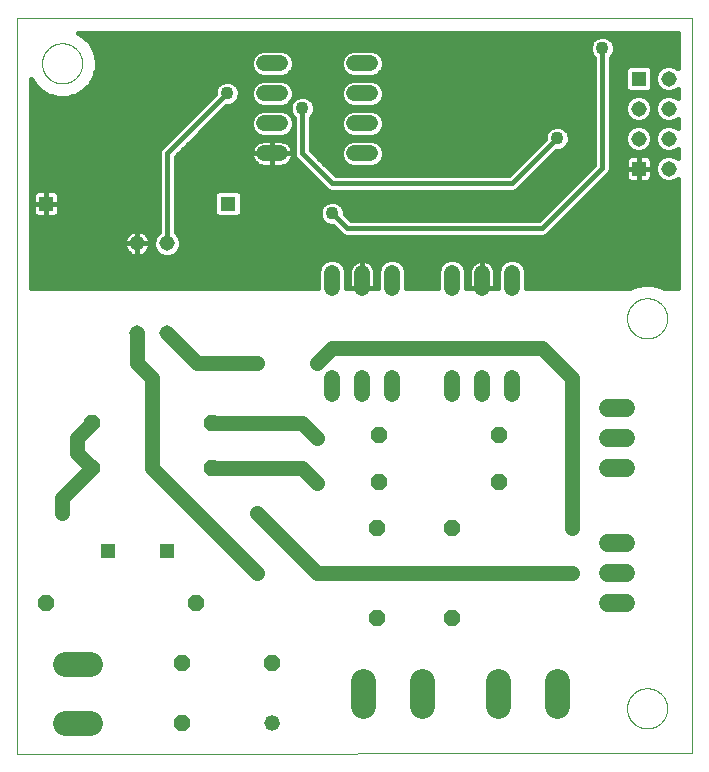
<source format=gtl>
G75*
%MOIN*%
%OFA0B0*%
%FSLAX25Y25*%
%IPPOS*%
%LPD*%
%AMOC8*
5,1,8,0,0,1.08239X$1,22.5*
%
%ADD10C,0.00000*%
%ADD11C,0.05200*%
%ADD12OC8,0.05200*%
%ADD13OC8,0.05600*%
%ADD14R,0.05150X0.05150*%
%ADD15C,0.05200*%
%ADD16C,0.05150*%
%ADD17C,0.08250*%
%ADD18C,0.06000*%
%ADD19C,0.04356*%
%ADD20C,0.05000*%
%ADD21C,0.01600*%
D10*
X0001721Y0005429D02*
X0001721Y0250468D01*
X0226800Y0250508D01*
X0226800Y0005508D01*
X0001721Y0005429D01*
X0205107Y0020508D02*
X0205109Y0020672D01*
X0205115Y0020836D01*
X0205125Y0021000D01*
X0205139Y0021164D01*
X0205157Y0021327D01*
X0205179Y0021490D01*
X0205206Y0021652D01*
X0205236Y0021814D01*
X0205270Y0021974D01*
X0205308Y0022134D01*
X0205349Y0022293D01*
X0205395Y0022451D01*
X0205445Y0022607D01*
X0205498Y0022763D01*
X0205555Y0022917D01*
X0205616Y0023069D01*
X0205681Y0023220D01*
X0205750Y0023370D01*
X0205822Y0023517D01*
X0205897Y0023663D01*
X0205977Y0023807D01*
X0206059Y0023949D01*
X0206145Y0024089D01*
X0206235Y0024226D01*
X0206328Y0024362D01*
X0206424Y0024495D01*
X0206524Y0024626D01*
X0206626Y0024754D01*
X0206732Y0024880D01*
X0206841Y0025003D01*
X0206953Y0025123D01*
X0207067Y0025241D01*
X0207185Y0025355D01*
X0207305Y0025467D01*
X0207428Y0025576D01*
X0207554Y0025682D01*
X0207682Y0025784D01*
X0207813Y0025884D01*
X0207946Y0025980D01*
X0208082Y0026073D01*
X0208219Y0026163D01*
X0208359Y0026249D01*
X0208501Y0026331D01*
X0208645Y0026411D01*
X0208791Y0026486D01*
X0208938Y0026558D01*
X0209088Y0026627D01*
X0209239Y0026692D01*
X0209391Y0026753D01*
X0209545Y0026810D01*
X0209701Y0026863D01*
X0209857Y0026913D01*
X0210015Y0026959D01*
X0210174Y0027000D01*
X0210334Y0027038D01*
X0210494Y0027072D01*
X0210656Y0027102D01*
X0210818Y0027129D01*
X0210981Y0027151D01*
X0211144Y0027169D01*
X0211308Y0027183D01*
X0211472Y0027193D01*
X0211636Y0027199D01*
X0211800Y0027201D01*
X0211964Y0027199D01*
X0212128Y0027193D01*
X0212292Y0027183D01*
X0212456Y0027169D01*
X0212619Y0027151D01*
X0212782Y0027129D01*
X0212944Y0027102D01*
X0213106Y0027072D01*
X0213266Y0027038D01*
X0213426Y0027000D01*
X0213585Y0026959D01*
X0213743Y0026913D01*
X0213899Y0026863D01*
X0214055Y0026810D01*
X0214209Y0026753D01*
X0214361Y0026692D01*
X0214512Y0026627D01*
X0214662Y0026558D01*
X0214809Y0026486D01*
X0214955Y0026411D01*
X0215099Y0026331D01*
X0215241Y0026249D01*
X0215381Y0026163D01*
X0215518Y0026073D01*
X0215654Y0025980D01*
X0215787Y0025884D01*
X0215918Y0025784D01*
X0216046Y0025682D01*
X0216172Y0025576D01*
X0216295Y0025467D01*
X0216415Y0025355D01*
X0216533Y0025241D01*
X0216647Y0025123D01*
X0216759Y0025003D01*
X0216868Y0024880D01*
X0216974Y0024754D01*
X0217076Y0024626D01*
X0217176Y0024495D01*
X0217272Y0024362D01*
X0217365Y0024226D01*
X0217455Y0024089D01*
X0217541Y0023949D01*
X0217623Y0023807D01*
X0217703Y0023663D01*
X0217778Y0023517D01*
X0217850Y0023370D01*
X0217919Y0023220D01*
X0217984Y0023069D01*
X0218045Y0022917D01*
X0218102Y0022763D01*
X0218155Y0022607D01*
X0218205Y0022451D01*
X0218251Y0022293D01*
X0218292Y0022134D01*
X0218330Y0021974D01*
X0218364Y0021814D01*
X0218394Y0021652D01*
X0218421Y0021490D01*
X0218443Y0021327D01*
X0218461Y0021164D01*
X0218475Y0021000D01*
X0218485Y0020836D01*
X0218491Y0020672D01*
X0218493Y0020508D01*
X0218491Y0020344D01*
X0218485Y0020180D01*
X0218475Y0020016D01*
X0218461Y0019852D01*
X0218443Y0019689D01*
X0218421Y0019526D01*
X0218394Y0019364D01*
X0218364Y0019202D01*
X0218330Y0019042D01*
X0218292Y0018882D01*
X0218251Y0018723D01*
X0218205Y0018565D01*
X0218155Y0018409D01*
X0218102Y0018253D01*
X0218045Y0018099D01*
X0217984Y0017947D01*
X0217919Y0017796D01*
X0217850Y0017646D01*
X0217778Y0017499D01*
X0217703Y0017353D01*
X0217623Y0017209D01*
X0217541Y0017067D01*
X0217455Y0016927D01*
X0217365Y0016790D01*
X0217272Y0016654D01*
X0217176Y0016521D01*
X0217076Y0016390D01*
X0216974Y0016262D01*
X0216868Y0016136D01*
X0216759Y0016013D01*
X0216647Y0015893D01*
X0216533Y0015775D01*
X0216415Y0015661D01*
X0216295Y0015549D01*
X0216172Y0015440D01*
X0216046Y0015334D01*
X0215918Y0015232D01*
X0215787Y0015132D01*
X0215654Y0015036D01*
X0215518Y0014943D01*
X0215381Y0014853D01*
X0215241Y0014767D01*
X0215099Y0014685D01*
X0214955Y0014605D01*
X0214809Y0014530D01*
X0214662Y0014458D01*
X0214512Y0014389D01*
X0214361Y0014324D01*
X0214209Y0014263D01*
X0214055Y0014206D01*
X0213899Y0014153D01*
X0213743Y0014103D01*
X0213585Y0014057D01*
X0213426Y0014016D01*
X0213266Y0013978D01*
X0213106Y0013944D01*
X0212944Y0013914D01*
X0212782Y0013887D01*
X0212619Y0013865D01*
X0212456Y0013847D01*
X0212292Y0013833D01*
X0212128Y0013823D01*
X0211964Y0013817D01*
X0211800Y0013815D01*
X0211636Y0013817D01*
X0211472Y0013823D01*
X0211308Y0013833D01*
X0211144Y0013847D01*
X0210981Y0013865D01*
X0210818Y0013887D01*
X0210656Y0013914D01*
X0210494Y0013944D01*
X0210334Y0013978D01*
X0210174Y0014016D01*
X0210015Y0014057D01*
X0209857Y0014103D01*
X0209701Y0014153D01*
X0209545Y0014206D01*
X0209391Y0014263D01*
X0209239Y0014324D01*
X0209088Y0014389D01*
X0208938Y0014458D01*
X0208791Y0014530D01*
X0208645Y0014605D01*
X0208501Y0014685D01*
X0208359Y0014767D01*
X0208219Y0014853D01*
X0208082Y0014943D01*
X0207946Y0015036D01*
X0207813Y0015132D01*
X0207682Y0015232D01*
X0207554Y0015334D01*
X0207428Y0015440D01*
X0207305Y0015549D01*
X0207185Y0015661D01*
X0207067Y0015775D01*
X0206953Y0015893D01*
X0206841Y0016013D01*
X0206732Y0016136D01*
X0206626Y0016262D01*
X0206524Y0016390D01*
X0206424Y0016521D01*
X0206328Y0016654D01*
X0206235Y0016790D01*
X0206145Y0016927D01*
X0206059Y0017067D01*
X0205977Y0017209D01*
X0205897Y0017353D01*
X0205822Y0017499D01*
X0205750Y0017646D01*
X0205681Y0017796D01*
X0205616Y0017947D01*
X0205555Y0018099D01*
X0205498Y0018253D01*
X0205445Y0018409D01*
X0205395Y0018565D01*
X0205349Y0018723D01*
X0205308Y0018882D01*
X0205270Y0019042D01*
X0205236Y0019202D01*
X0205206Y0019364D01*
X0205179Y0019526D01*
X0205157Y0019689D01*
X0205139Y0019852D01*
X0205125Y0020016D01*
X0205115Y0020180D01*
X0205109Y0020344D01*
X0205107Y0020508D01*
X0205107Y0150508D02*
X0205109Y0150672D01*
X0205115Y0150836D01*
X0205125Y0151000D01*
X0205139Y0151164D01*
X0205157Y0151327D01*
X0205179Y0151490D01*
X0205206Y0151652D01*
X0205236Y0151814D01*
X0205270Y0151974D01*
X0205308Y0152134D01*
X0205349Y0152293D01*
X0205395Y0152451D01*
X0205445Y0152607D01*
X0205498Y0152763D01*
X0205555Y0152917D01*
X0205616Y0153069D01*
X0205681Y0153220D01*
X0205750Y0153370D01*
X0205822Y0153517D01*
X0205897Y0153663D01*
X0205977Y0153807D01*
X0206059Y0153949D01*
X0206145Y0154089D01*
X0206235Y0154226D01*
X0206328Y0154362D01*
X0206424Y0154495D01*
X0206524Y0154626D01*
X0206626Y0154754D01*
X0206732Y0154880D01*
X0206841Y0155003D01*
X0206953Y0155123D01*
X0207067Y0155241D01*
X0207185Y0155355D01*
X0207305Y0155467D01*
X0207428Y0155576D01*
X0207554Y0155682D01*
X0207682Y0155784D01*
X0207813Y0155884D01*
X0207946Y0155980D01*
X0208082Y0156073D01*
X0208219Y0156163D01*
X0208359Y0156249D01*
X0208501Y0156331D01*
X0208645Y0156411D01*
X0208791Y0156486D01*
X0208938Y0156558D01*
X0209088Y0156627D01*
X0209239Y0156692D01*
X0209391Y0156753D01*
X0209545Y0156810D01*
X0209701Y0156863D01*
X0209857Y0156913D01*
X0210015Y0156959D01*
X0210174Y0157000D01*
X0210334Y0157038D01*
X0210494Y0157072D01*
X0210656Y0157102D01*
X0210818Y0157129D01*
X0210981Y0157151D01*
X0211144Y0157169D01*
X0211308Y0157183D01*
X0211472Y0157193D01*
X0211636Y0157199D01*
X0211800Y0157201D01*
X0211964Y0157199D01*
X0212128Y0157193D01*
X0212292Y0157183D01*
X0212456Y0157169D01*
X0212619Y0157151D01*
X0212782Y0157129D01*
X0212944Y0157102D01*
X0213106Y0157072D01*
X0213266Y0157038D01*
X0213426Y0157000D01*
X0213585Y0156959D01*
X0213743Y0156913D01*
X0213899Y0156863D01*
X0214055Y0156810D01*
X0214209Y0156753D01*
X0214361Y0156692D01*
X0214512Y0156627D01*
X0214662Y0156558D01*
X0214809Y0156486D01*
X0214955Y0156411D01*
X0215099Y0156331D01*
X0215241Y0156249D01*
X0215381Y0156163D01*
X0215518Y0156073D01*
X0215654Y0155980D01*
X0215787Y0155884D01*
X0215918Y0155784D01*
X0216046Y0155682D01*
X0216172Y0155576D01*
X0216295Y0155467D01*
X0216415Y0155355D01*
X0216533Y0155241D01*
X0216647Y0155123D01*
X0216759Y0155003D01*
X0216868Y0154880D01*
X0216974Y0154754D01*
X0217076Y0154626D01*
X0217176Y0154495D01*
X0217272Y0154362D01*
X0217365Y0154226D01*
X0217455Y0154089D01*
X0217541Y0153949D01*
X0217623Y0153807D01*
X0217703Y0153663D01*
X0217778Y0153517D01*
X0217850Y0153370D01*
X0217919Y0153220D01*
X0217984Y0153069D01*
X0218045Y0152917D01*
X0218102Y0152763D01*
X0218155Y0152607D01*
X0218205Y0152451D01*
X0218251Y0152293D01*
X0218292Y0152134D01*
X0218330Y0151974D01*
X0218364Y0151814D01*
X0218394Y0151652D01*
X0218421Y0151490D01*
X0218443Y0151327D01*
X0218461Y0151164D01*
X0218475Y0151000D01*
X0218485Y0150836D01*
X0218491Y0150672D01*
X0218493Y0150508D01*
X0218491Y0150344D01*
X0218485Y0150180D01*
X0218475Y0150016D01*
X0218461Y0149852D01*
X0218443Y0149689D01*
X0218421Y0149526D01*
X0218394Y0149364D01*
X0218364Y0149202D01*
X0218330Y0149042D01*
X0218292Y0148882D01*
X0218251Y0148723D01*
X0218205Y0148565D01*
X0218155Y0148409D01*
X0218102Y0148253D01*
X0218045Y0148099D01*
X0217984Y0147947D01*
X0217919Y0147796D01*
X0217850Y0147646D01*
X0217778Y0147499D01*
X0217703Y0147353D01*
X0217623Y0147209D01*
X0217541Y0147067D01*
X0217455Y0146927D01*
X0217365Y0146790D01*
X0217272Y0146654D01*
X0217176Y0146521D01*
X0217076Y0146390D01*
X0216974Y0146262D01*
X0216868Y0146136D01*
X0216759Y0146013D01*
X0216647Y0145893D01*
X0216533Y0145775D01*
X0216415Y0145661D01*
X0216295Y0145549D01*
X0216172Y0145440D01*
X0216046Y0145334D01*
X0215918Y0145232D01*
X0215787Y0145132D01*
X0215654Y0145036D01*
X0215518Y0144943D01*
X0215381Y0144853D01*
X0215241Y0144767D01*
X0215099Y0144685D01*
X0214955Y0144605D01*
X0214809Y0144530D01*
X0214662Y0144458D01*
X0214512Y0144389D01*
X0214361Y0144324D01*
X0214209Y0144263D01*
X0214055Y0144206D01*
X0213899Y0144153D01*
X0213743Y0144103D01*
X0213585Y0144057D01*
X0213426Y0144016D01*
X0213266Y0143978D01*
X0213106Y0143944D01*
X0212944Y0143914D01*
X0212782Y0143887D01*
X0212619Y0143865D01*
X0212456Y0143847D01*
X0212292Y0143833D01*
X0212128Y0143823D01*
X0211964Y0143817D01*
X0211800Y0143815D01*
X0211636Y0143817D01*
X0211472Y0143823D01*
X0211308Y0143833D01*
X0211144Y0143847D01*
X0210981Y0143865D01*
X0210818Y0143887D01*
X0210656Y0143914D01*
X0210494Y0143944D01*
X0210334Y0143978D01*
X0210174Y0144016D01*
X0210015Y0144057D01*
X0209857Y0144103D01*
X0209701Y0144153D01*
X0209545Y0144206D01*
X0209391Y0144263D01*
X0209239Y0144324D01*
X0209088Y0144389D01*
X0208938Y0144458D01*
X0208791Y0144530D01*
X0208645Y0144605D01*
X0208501Y0144685D01*
X0208359Y0144767D01*
X0208219Y0144853D01*
X0208082Y0144943D01*
X0207946Y0145036D01*
X0207813Y0145132D01*
X0207682Y0145232D01*
X0207554Y0145334D01*
X0207428Y0145440D01*
X0207305Y0145549D01*
X0207185Y0145661D01*
X0207067Y0145775D01*
X0206953Y0145893D01*
X0206841Y0146013D01*
X0206732Y0146136D01*
X0206626Y0146262D01*
X0206524Y0146390D01*
X0206424Y0146521D01*
X0206328Y0146654D01*
X0206235Y0146790D01*
X0206145Y0146927D01*
X0206059Y0147067D01*
X0205977Y0147209D01*
X0205897Y0147353D01*
X0205822Y0147499D01*
X0205750Y0147646D01*
X0205681Y0147796D01*
X0205616Y0147947D01*
X0205555Y0148099D01*
X0205498Y0148253D01*
X0205445Y0148409D01*
X0205395Y0148565D01*
X0205349Y0148723D01*
X0205308Y0148882D01*
X0205270Y0149042D01*
X0205236Y0149202D01*
X0205206Y0149364D01*
X0205179Y0149526D01*
X0205157Y0149689D01*
X0205139Y0149852D01*
X0205125Y0150016D01*
X0205115Y0150180D01*
X0205109Y0150344D01*
X0205107Y0150508D01*
X0010107Y0235508D02*
X0010109Y0235672D01*
X0010115Y0235836D01*
X0010125Y0236000D01*
X0010139Y0236164D01*
X0010157Y0236327D01*
X0010179Y0236490D01*
X0010206Y0236652D01*
X0010236Y0236814D01*
X0010270Y0236974D01*
X0010308Y0237134D01*
X0010349Y0237293D01*
X0010395Y0237451D01*
X0010445Y0237607D01*
X0010498Y0237763D01*
X0010555Y0237917D01*
X0010616Y0238069D01*
X0010681Y0238220D01*
X0010750Y0238370D01*
X0010822Y0238517D01*
X0010897Y0238663D01*
X0010977Y0238807D01*
X0011059Y0238949D01*
X0011145Y0239089D01*
X0011235Y0239226D01*
X0011328Y0239362D01*
X0011424Y0239495D01*
X0011524Y0239626D01*
X0011626Y0239754D01*
X0011732Y0239880D01*
X0011841Y0240003D01*
X0011953Y0240123D01*
X0012067Y0240241D01*
X0012185Y0240355D01*
X0012305Y0240467D01*
X0012428Y0240576D01*
X0012554Y0240682D01*
X0012682Y0240784D01*
X0012813Y0240884D01*
X0012946Y0240980D01*
X0013082Y0241073D01*
X0013219Y0241163D01*
X0013359Y0241249D01*
X0013501Y0241331D01*
X0013645Y0241411D01*
X0013791Y0241486D01*
X0013938Y0241558D01*
X0014088Y0241627D01*
X0014239Y0241692D01*
X0014391Y0241753D01*
X0014545Y0241810D01*
X0014701Y0241863D01*
X0014857Y0241913D01*
X0015015Y0241959D01*
X0015174Y0242000D01*
X0015334Y0242038D01*
X0015494Y0242072D01*
X0015656Y0242102D01*
X0015818Y0242129D01*
X0015981Y0242151D01*
X0016144Y0242169D01*
X0016308Y0242183D01*
X0016472Y0242193D01*
X0016636Y0242199D01*
X0016800Y0242201D01*
X0016964Y0242199D01*
X0017128Y0242193D01*
X0017292Y0242183D01*
X0017456Y0242169D01*
X0017619Y0242151D01*
X0017782Y0242129D01*
X0017944Y0242102D01*
X0018106Y0242072D01*
X0018266Y0242038D01*
X0018426Y0242000D01*
X0018585Y0241959D01*
X0018743Y0241913D01*
X0018899Y0241863D01*
X0019055Y0241810D01*
X0019209Y0241753D01*
X0019361Y0241692D01*
X0019512Y0241627D01*
X0019662Y0241558D01*
X0019809Y0241486D01*
X0019955Y0241411D01*
X0020099Y0241331D01*
X0020241Y0241249D01*
X0020381Y0241163D01*
X0020518Y0241073D01*
X0020654Y0240980D01*
X0020787Y0240884D01*
X0020918Y0240784D01*
X0021046Y0240682D01*
X0021172Y0240576D01*
X0021295Y0240467D01*
X0021415Y0240355D01*
X0021533Y0240241D01*
X0021647Y0240123D01*
X0021759Y0240003D01*
X0021868Y0239880D01*
X0021974Y0239754D01*
X0022076Y0239626D01*
X0022176Y0239495D01*
X0022272Y0239362D01*
X0022365Y0239226D01*
X0022455Y0239089D01*
X0022541Y0238949D01*
X0022623Y0238807D01*
X0022703Y0238663D01*
X0022778Y0238517D01*
X0022850Y0238370D01*
X0022919Y0238220D01*
X0022984Y0238069D01*
X0023045Y0237917D01*
X0023102Y0237763D01*
X0023155Y0237607D01*
X0023205Y0237451D01*
X0023251Y0237293D01*
X0023292Y0237134D01*
X0023330Y0236974D01*
X0023364Y0236814D01*
X0023394Y0236652D01*
X0023421Y0236490D01*
X0023443Y0236327D01*
X0023461Y0236164D01*
X0023475Y0236000D01*
X0023485Y0235836D01*
X0023491Y0235672D01*
X0023493Y0235508D01*
X0023491Y0235344D01*
X0023485Y0235180D01*
X0023475Y0235016D01*
X0023461Y0234852D01*
X0023443Y0234689D01*
X0023421Y0234526D01*
X0023394Y0234364D01*
X0023364Y0234202D01*
X0023330Y0234042D01*
X0023292Y0233882D01*
X0023251Y0233723D01*
X0023205Y0233565D01*
X0023155Y0233409D01*
X0023102Y0233253D01*
X0023045Y0233099D01*
X0022984Y0232947D01*
X0022919Y0232796D01*
X0022850Y0232646D01*
X0022778Y0232499D01*
X0022703Y0232353D01*
X0022623Y0232209D01*
X0022541Y0232067D01*
X0022455Y0231927D01*
X0022365Y0231790D01*
X0022272Y0231654D01*
X0022176Y0231521D01*
X0022076Y0231390D01*
X0021974Y0231262D01*
X0021868Y0231136D01*
X0021759Y0231013D01*
X0021647Y0230893D01*
X0021533Y0230775D01*
X0021415Y0230661D01*
X0021295Y0230549D01*
X0021172Y0230440D01*
X0021046Y0230334D01*
X0020918Y0230232D01*
X0020787Y0230132D01*
X0020654Y0230036D01*
X0020518Y0229943D01*
X0020381Y0229853D01*
X0020241Y0229767D01*
X0020099Y0229685D01*
X0019955Y0229605D01*
X0019809Y0229530D01*
X0019662Y0229458D01*
X0019512Y0229389D01*
X0019361Y0229324D01*
X0019209Y0229263D01*
X0019055Y0229206D01*
X0018899Y0229153D01*
X0018743Y0229103D01*
X0018585Y0229057D01*
X0018426Y0229016D01*
X0018266Y0228978D01*
X0018106Y0228944D01*
X0017944Y0228914D01*
X0017782Y0228887D01*
X0017619Y0228865D01*
X0017456Y0228847D01*
X0017292Y0228833D01*
X0017128Y0228823D01*
X0016964Y0228817D01*
X0016800Y0228815D01*
X0016636Y0228817D01*
X0016472Y0228823D01*
X0016308Y0228833D01*
X0016144Y0228847D01*
X0015981Y0228865D01*
X0015818Y0228887D01*
X0015656Y0228914D01*
X0015494Y0228944D01*
X0015334Y0228978D01*
X0015174Y0229016D01*
X0015015Y0229057D01*
X0014857Y0229103D01*
X0014701Y0229153D01*
X0014545Y0229206D01*
X0014391Y0229263D01*
X0014239Y0229324D01*
X0014088Y0229389D01*
X0013938Y0229458D01*
X0013791Y0229530D01*
X0013645Y0229605D01*
X0013501Y0229685D01*
X0013359Y0229767D01*
X0013219Y0229853D01*
X0013082Y0229943D01*
X0012946Y0230036D01*
X0012813Y0230132D01*
X0012682Y0230232D01*
X0012554Y0230334D01*
X0012428Y0230440D01*
X0012305Y0230549D01*
X0012185Y0230661D01*
X0012067Y0230775D01*
X0011953Y0230893D01*
X0011841Y0231013D01*
X0011732Y0231136D01*
X0011626Y0231262D01*
X0011524Y0231390D01*
X0011424Y0231521D01*
X0011328Y0231654D01*
X0011235Y0231790D01*
X0011145Y0231927D01*
X0011059Y0232067D01*
X0010977Y0232209D01*
X0010897Y0232353D01*
X0010822Y0232499D01*
X0010750Y0232646D01*
X0010681Y0232796D01*
X0010616Y0232947D01*
X0010555Y0233099D01*
X0010498Y0233253D01*
X0010445Y0233409D01*
X0010395Y0233565D01*
X0010349Y0233723D01*
X0010308Y0233882D01*
X0010270Y0234042D01*
X0010236Y0234202D01*
X0010206Y0234364D01*
X0010179Y0234526D01*
X0010157Y0234689D01*
X0010139Y0234852D01*
X0010125Y0235016D01*
X0010115Y0235180D01*
X0010109Y0235344D01*
X0010107Y0235508D01*
D11*
X0086800Y0015508D03*
D12*
X0086800Y0035508D03*
X0061485Y0055586D03*
X0056800Y0035508D03*
X0056800Y0015508D03*
X0011485Y0055586D03*
X0026800Y0100508D03*
X0026800Y0115508D03*
X0066800Y0115508D03*
X0066800Y0100508D03*
X0122430Y0095980D03*
X0122351Y0111689D03*
X0162351Y0111689D03*
X0162430Y0095980D03*
D13*
X0146800Y0080508D03*
X0121800Y0080508D03*
X0121800Y0050508D03*
X0146800Y0050508D03*
D14*
X0051643Y0073027D03*
X0031957Y0073027D03*
X0011485Y0188775D03*
X0072115Y0188775D03*
X0208995Y0200449D03*
X0208995Y0230449D03*
D15*
X0166800Y0165708D02*
X0166800Y0160508D01*
X0156800Y0160508D02*
X0156800Y0165708D01*
X0146800Y0165708D02*
X0146800Y0160508D01*
X0126800Y0160508D02*
X0126800Y0165708D01*
X0116800Y0165708D02*
X0116800Y0160508D01*
X0106800Y0160508D02*
X0106800Y0165708D01*
X0106800Y0130508D02*
X0106800Y0125308D01*
X0116800Y0125308D02*
X0116800Y0130508D01*
X0126800Y0130508D02*
X0126800Y0125308D01*
X0146800Y0125308D02*
X0146800Y0130508D01*
X0156800Y0130508D02*
X0156800Y0125308D01*
X0166800Y0125308D02*
X0166800Y0130508D01*
X0119400Y0205508D02*
X0114200Y0205508D01*
X0114200Y0215508D02*
X0119400Y0215508D01*
X0119400Y0225508D02*
X0114200Y0225508D01*
X0114200Y0235508D02*
X0119400Y0235508D01*
X0089400Y0235508D02*
X0084200Y0235508D01*
X0084200Y0225508D02*
X0089400Y0225508D01*
X0089400Y0215508D02*
X0084200Y0215508D01*
X0084200Y0205508D02*
X0089400Y0205508D01*
D16*
X0051800Y0175508D03*
X0041800Y0175508D03*
X0041800Y0145508D03*
X0051800Y0145508D03*
X0208995Y0210449D03*
X0208995Y0220449D03*
X0218995Y0220449D03*
X0218995Y0230449D03*
X0218995Y0210449D03*
X0218995Y0200449D03*
D17*
X0181643Y0029633D02*
X0181643Y0021383D01*
X0161957Y0021383D02*
X0161957Y0029633D01*
X0136643Y0029633D02*
X0136643Y0021383D01*
X0116957Y0021383D02*
X0116957Y0029633D01*
X0025925Y0035350D02*
X0017675Y0035350D01*
X0017675Y0015665D02*
X0025925Y0015665D01*
D18*
X0198800Y0055508D02*
X0204800Y0055508D01*
X0204800Y0065508D02*
X0198800Y0065508D01*
X0198800Y0075508D02*
X0204800Y0075508D01*
X0204800Y0100508D02*
X0198800Y0100508D01*
X0198800Y0110508D02*
X0204800Y0110508D01*
X0204800Y0120508D02*
X0198800Y0120508D01*
D19*
X0186800Y0080508D03*
X0186800Y0065508D03*
X0101800Y0095508D03*
X0101800Y0110508D03*
X0101800Y0135508D03*
X0081800Y0135508D03*
X0081800Y0085508D03*
X0081800Y0065508D03*
X0016800Y0085508D03*
X0106800Y0185508D03*
X0096800Y0220508D03*
X0071800Y0225508D03*
X0181800Y0210508D03*
X0196800Y0240508D03*
D20*
X0176800Y0140508D02*
X0106800Y0140508D01*
X0101800Y0135508D01*
X0081800Y0135508D02*
X0061800Y0135508D01*
X0051800Y0145508D01*
X0041800Y0145508D02*
X0041800Y0135508D01*
X0046800Y0130508D01*
X0046800Y0100508D01*
X0081800Y0065508D01*
X0101800Y0065508D02*
X0081800Y0085508D01*
X0096800Y0100508D02*
X0101800Y0095508D01*
X0096800Y0100508D02*
X0066800Y0100508D01*
X0066800Y0115508D02*
X0096800Y0115508D01*
X0101800Y0110508D01*
X0101800Y0065508D02*
X0186800Y0065508D01*
X0186800Y0080508D02*
X0186800Y0130508D01*
X0176800Y0140508D01*
X0026800Y0115508D02*
X0021800Y0110508D01*
X0021800Y0105508D01*
X0026800Y0100508D01*
X0016800Y0090508D01*
X0016800Y0085508D01*
D21*
X0006521Y0160508D02*
X0006521Y0230325D01*
X0007603Y0228451D01*
X0009743Y0226311D01*
X0012364Y0224798D01*
X0015287Y0224015D01*
X0018313Y0224015D01*
X0021236Y0224798D01*
X0023857Y0226311D01*
X0025997Y0228451D01*
X0027510Y0231071D01*
X0028293Y0233995D01*
X0028293Y0237021D01*
X0027510Y0239944D01*
X0025997Y0242564D01*
X0023857Y0244704D01*
X0022181Y0245672D01*
X0222000Y0245707D01*
X0222000Y0233913D01*
X0221586Y0234327D01*
X0219905Y0235023D01*
X0218085Y0235023D01*
X0216403Y0234327D01*
X0215117Y0233040D01*
X0214420Y0231359D01*
X0214420Y0229539D01*
X0215117Y0227857D01*
X0216403Y0226570D01*
X0218085Y0225874D01*
X0219905Y0225874D01*
X0221586Y0226570D01*
X0222000Y0226984D01*
X0222000Y0223913D01*
X0221586Y0224327D01*
X0219905Y0225023D01*
X0218085Y0225023D01*
X0216403Y0224327D01*
X0215117Y0223040D01*
X0214420Y0221359D01*
X0214420Y0219539D01*
X0215117Y0217857D01*
X0216403Y0216570D01*
X0218085Y0215874D01*
X0219905Y0215874D01*
X0221586Y0216570D01*
X0222000Y0216984D01*
X0222000Y0213913D01*
X0221586Y0214327D01*
X0219905Y0215023D01*
X0218085Y0215023D01*
X0216403Y0214327D01*
X0215117Y0213040D01*
X0214420Y0211359D01*
X0214420Y0209539D01*
X0215117Y0207857D01*
X0216403Y0206570D01*
X0218085Y0205874D01*
X0219905Y0205874D01*
X0221586Y0206570D01*
X0222000Y0206984D01*
X0222000Y0203913D01*
X0221586Y0204327D01*
X0219905Y0205023D01*
X0218085Y0205023D01*
X0216403Y0204327D01*
X0215117Y0203040D01*
X0214420Y0201359D01*
X0214420Y0199539D01*
X0215117Y0197857D01*
X0216403Y0196570D01*
X0218085Y0195874D01*
X0219905Y0195874D01*
X0221586Y0196570D01*
X0222000Y0196984D01*
X0222000Y0160508D01*
X0217465Y0160508D01*
X0216236Y0161217D01*
X0213313Y0162000D01*
X0210287Y0162000D01*
X0207364Y0161217D01*
X0206135Y0160508D01*
X0171400Y0160508D01*
X0171400Y0166623D01*
X0170700Y0168313D01*
X0169406Y0169607D01*
X0167715Y0170308D01*
X0165885Y0170308D01*
X0164194Y0169607D01*
X0162900Y0168313D01*
X0162200Y0166623D01*
X0162200Y0160508D01*
X0156800Y0160508D01*
X0156800Y0170108D01*
X0156454Y0170108D01*
X0155770Y0169999D01*
X0155111Y0169785D01*
X0154494Y0169471D01*
X0153934Y0169064D01*
X0153444Y0168574D01*
X0153037Y0168014D01*
X0152722Y0167397D01*
X0152508Y0166738D01*
X0152400Y0166054D01*
X0152400Y0160508D01*
X0156800Y0160508D01*
X0156800Y0160508D01*
X0156800Y0170108D01*
X0157146Y0170108D01*
X0157830Y0169999D01*
X0158489Y0169785D01*
X0159106Y0169471D01*
X0159666Y0169064D01*
X0160156Y0168574D01*
X0160563Y0168014D01*
X0160878Y0167397D01*
X0161092Y0166738D01*
X0161200Y0166054D01*
X0161200Y0160508D01*
X0156800Y0160508D01*
X0156800Y0160508D01*
X0156800Y0160508D01*
X0151400Y0160508D01*
X0151400Y0166623D01*
X0150700Y0168313D01*
X0149406Y0169607D01*
X0147715Y0170308D01*
X0145885Y0170308D01*
X0144194Y0169607D01*
X0142900Y0168313D01*
X0142200Y0166623D01*
X0142200Y0160508D01*
X0131400Y0160508D01*
X0131400Y0166623D01*
X0130700Y0168313D01*
X0129406Y0169607D01*
X0127715Y0170308D01*
X0125885Y0170308D01*
X0124194Y0169607D01*
X0122900Y0168313D01*
X0122200Y0166623D01*
X0122200Y0160508D01*
X0116800Y0160508D01*
X0116800Y0170108D01*
X0116454Y0170108D01*
X0115770Y0169999D01*
X0115111Y0169785D01*
X0114494Y0169471D01*
X0113934Y0169064D01*
X0113444Y0168574D01*
X0113037Y0168014D01*
X0112722Y0167397D01*
X0112508Y0166738D01*
X0112400Y0166054D01*
X0112400Y0160508D01*
X0116800Y0160508D01*
X0116800Y0160508D01*
X0116800Y0170108D01*
X0117146Y0170108D01*
X0117830Y0169999D01*
X0118489Y0169785D01*
X0119106Y0169471D01*
X0119666Y0169064D01*
X0120156Y0168574D01*
X0120563Y0168014D01*
X0120878Y0167397D01*
X0121092Y0166738D01*
X0121200Y0166054D01*
X0121200Y0160508D01*
X0116800Y0160508D01*
X0116800Y0160508D01*
X0116800Y0160508D01*
X0111400Y0160508D01*
X0111400Y0166623D01*
X0110700Y0168313D01*
X0109406Y0169607D01*
X0107715Y0170308D01*
X0105885Y0170308D01*
X0104194Y0169607D01*
X0102900Y0168313D01*
X0102200Y0166623D01*
X0102200Y0160508D01*
X0006521Y0160508D01*
X0006521Y0160563D02*
X0102200Y0160563D01*
X0102200Y0162162D02*
X0006521Y0162162D01*
X0006521Y0163760D02*
X0102200Y0163760D01*
X0102200Y0165359D02*
X0006521Y0165359D01*
X0006521Y0166957D02*
X0102339Y0166957D01*
X0103143Y0168556D02*
X0006521Y0168556D01*
X0006521Y0170154D02*
X0105515Y0170154D01*
X0108085Y0170154D02*
X0125515Y0170154D01*
X0128085Y0170154D02*
X0145515Y0170154D01*
X0148085Y0170154D02*
X0165515Y0170154D01*
X0168085Y0170154D02*
X0222000Y0170154D01*
X0222000Y0168556D02*
X0170457Y0168556D01*
X0171261Y0166957D02*
X0222000Y0166957D01*
X0222000Y0165359D02*
X0171400Y0165359D01*
X0171400Y0163760D02*
X0222000Y0163760D01*
X0222000Y0162162D02*
X0171400Y0162162D01*
X0171400Y0160563D02*
X0206231Y0160563D01*
X0217369Y0160563D02*
X0222000Y0160563D01*
X0222000Y0171753D02*
X0054515Y0171753D01*
X0054391Y0171629D02*
X0055678Y0172916D01*
X0056375Y0174598D01*
X0056375Y0176418D01*
X0055678Y0178099D01*
X0054600Y0179177D01*
X0054600Y0204348D01*
X0071582Y0221330D01*
X0072631Y0221330D01*
X0074167Y0221966D01*
X0075342Y0223141D01*
X0075978Y0224677D01*
X0075978Y0226339D01*
X0075342Y0227874D01*
X0074167Y0229049D01*
X0072631Y0229686D01*
X0070969Y0229686D01*
X0069433Y0229049D01*
X0068258Y0227874D01*
X0067622Y0226339D01*
X0067622Y0225289D01*
X0049426Y0207094D01*
X0049000Y0206065D01*
X0049000Y0179177D01*
X0047922Y0178099D01*
X0047225Y0176418D01*
X0047225Y0174598D01*
X0047922Y0172916D01*
X0049209Y0171629D01*
X0050890Y0170933D01*
X0052710Y0170933D01*
X0054391Y0171629D01*
X0055859Y0173351D02*
X0222000Y0173351D01*
X0222000Y0174950D02*
X0056375Y0174950D01*
X0056321Y0176548D02*
X0222000Y0176548D01*
X0222000Y0178147D02*
X0178399Y0178147D01*
X0178386Y0178134D02*
X0198386Y0198134D01*
X0199174Y0198922D01*
X0199600Y0199951D01*
X0199600Y0237399D01*
X0200342Y0238141D01*
X0200978Y0239677D01*
X0200978Y0241339D01*
X0200342Y0242874D01*
X0199167Y0244049D01*
X0197631Y0244686D01*
X0195969Y0244686D01*
X0194433Y0244049D01*
X0193258Y0242874D01*
X0192622Y0241339D01*
X0192622Y0239677D01*
X0193258Y0238141D01*
X0194000Y0237399D01*
X0194000Y0201667D01*
X0175640Y0183308D01*
X0112960Y0183308D01*
X0110978Y0185289D01*
X0110978Y0186339D01*
X0110342Y0187874D01*
X0109167Y0189049D01*
X0107631Y0189686D01*
X0105969Y0189686D01*
X0104433Y0189049D01*
X0103258Y0187874D01*
X0102622Y0186339D01*
X0102622Y0184677D01*
X0103258Y0183141D01*
X0104433Y0181966D01*
X0105969Y0181330D01*
X0107018Y0181330D01*
X0109426Y0178922D01*
X0110214Y0178134D01*
X0111243Y0177708D01*
X0177357Y0177708D01*
X0178386Y0178134D01*
X0179998Y0179745D02*
X0222000Y0179745D01*
X0222000Y0181344D02*
X0181596Y0181344D01*
X0183195Y0182942D02*
X0222000Y0182942D01*
X0222000Y0184541D02*
X0184793Y0184541D01*
X0186392Y0186139D02*
X0222000Y0186139D01*
X0222000Y0187738D02*
X0187990Y0187738D01*
X0189589Y0189336D02*
X0222000Y0189336D01*
X0222000Y0190935D02*
X0191187Y0190935D01*
X0192786Y0192533D02*
X0222000Y0192533D01*
X0222000Y0194132D02*
X0194384Y0194132D01*
X0195983Y0195730D02*
X0222000Y0195730D01*
X0215645Y0197329D02*
X0213287Y0197329D01*
X0213247Y0197179D02*
X0213370Y0197637D01*
X0213370Y0200448D01*
X0208995Y0200448D01*
X0208995Y0196074D01*
X0211807Y0196074D01*
X0212264Y0196196D01*
X0212675Y0196433D01*
X0213010Y0196768D01*
X0213247Y0197179D01*
X0213370Y0198927D02*
X0214673Y0198927D01*
X0214420Y0200526D02*
X0213370Y0200526D01*
X0213370Y0200449D02*
X0213370Y0203260D01*
X0213247Y0203718D01*
X0213010Y0204129D01*
X0212675Y0204464D01*
X0212264Y0204701D01*
X0211807Y0204823D01*
X0208995Y0204823D01*
X0208995Y0200449D01*
X0208995Y0200449D01*
X0208995Y0204823D01*
X0206183Y0204823D01*
X0205725Y0204701D01*
X0205315Y0204464D01*
X0204980Y0204129D01*
X0204743Y0203718D01*
X0204620Y0203260D01*
X0204620Y0200449D01*
X0208995Y0200449D01*
X0213370Y0200449D01*
X0213370Y0202124D02*
X0214737Y0202124D01*
X0215800Y0203723D02*
X0213244Y0203723D01*
X0211586Y0206570D02*
X0212873Y0207857D01*
X0213570Y0209539D01*
X0213570Y0211359D01*
X0212873Y0213040D01*
X0211586Y0214327D01*
X0209905Y0215023D01*
X0208085Y0215023D01*
X0206403Y0214327D01*
X0205117Y0213040D01*
X0204420Y0211359D01*
X0204420Y0209539D01*
X0205117Y0207857D01*
X0206403Y0206570D01*
X0208085Y0205874D01*
X0209905Y0205874D01*
X0211586Y0206570D01*
X0211936Y0206920D02*
X0216054Y0206920D01*
X0214843Y0208519D02*
X0213147Y0208519D01*
X0213570Y0210117D02*
X0214420Y0210117D01*
X0214568Y0211716D02*
X0213422Y0211716D01*
X0212599Y0213314D02*
X0215391Y0213314D01*
X0217818Y0214913D02*
X0210172Y0214913D01*
X0209905Y0215874D02*
X0211586Y0216570D01*
X0212873Y0217857D01*
X0213570Y0219539D01*
X0213570Y0221359D01*
X0212873Y0223040D01*
X0211586Y0224327D01*
X0209905Y0225023D01*
X0208085Y0225023D01*
X0206403Y0224327D01*
X0205117Y0223040D01*
X0204420Y0221359D01*
X0204420Y0219539D01*
X0205117Y0217857D01*
X0206403Y0216570D01*
X0208085Y0215874D01*
X0209905Y0215874D01*
X0211444Y0216511D02*
X0216546Y0216511D01*
X0215012Y0218110D02*
X0212978Y0218110D01*
X0213570Y0219708D02*
X0214420Y0219708D01*
X0214420Y0221307D02*
X0213570Y0221307D01*
X0212929Y0222905D02*
X0215061Y0222905D01*
X0216830Y0224504D02*
X0211159Y0224504D01*
X0212398Y0225874D02*
X0213570Y0227045D01*
X0213570Y0233852D01*
X0212398Y0235023D01*
X0205592Y0235023D01*
X0204420Y0233852D01*
X0204420Y0227045D01*
X0205592Y0225874D01*
X0212398Y0225874D01*
X0212627Y0226102D02*
X0217533Y0226102D01*
X0215273Y0227701D02*
X0213570Y0227701D01*
X0213570Y0229299D02*
X0214519Y0229299D01*
X0214420Y0230898D02*
X0213570Y0230898D01*
X0213570Y0232496D02*
X0214891Y0232496D01*
X0216171Y0234095D02*
X0213327Y0234095D01*
X0220456Y0226102D02*
X0222000Y0226102D01*
X0222000Y0224504D02*
X0221159Y0224504D01*
X0221444Y0216511D02*
X0222000Y0216511D01*
X0222000Y0214913D02*
X0220172Y0214913D01*
X0221936Y0206920D02*
X0222000Y0206920D01*
X0222000Y0205321D02*
X0199600Y0205321D01*
X0199600Y0203723D02*
X0204746Y0203723D01*
X0204620Y0202124D02*
X0199600Y0202124D01*
X0199600Y0200526D02*
X0204620Y0200526D01*
X0204620Y0200448D02*
X0204620Y0197637D01*
X0204743Y0197179D01*
X0204980Y0196768D01*
X0205315Y0196433D01*
X0205725Y0196196D01*
X0206183Y0196074D01*
X0208995Y0196074D01*
X0208995Y0200448D01*
X0208995Y0200448D01*
X0208995Y0200449D01*
X0208995Y0200448D01*
X0204620Y0200448D01*
X0204620Y0198927D02*
X0199176Y0198927D01*
X0197581Y0197329D02*
X0204703Y0197329D01*
X0208995Y0197329D02*
X0208995Y0197329D01*
X0208995Y0198927D02*
X0208995Y0198927D01*
X0208995Y0200526D02*
X0208995Y0200526D01*
X0208995Y0202124D02*
X0208995Y0202124D01*
X0208995Y0203723D02*
X0208995Y0203723D01*
X0206054Y0206920D02*
X0199600Y0206920D01*
X0199600Y0208519D02*
X0204843Y0208519D01*
X0204420Y0210117D02*
X0199600Y0210117D01*
X0199600Y0211716D02*
X0204568Y0211716D01*
X0205391Y0213314D02*
X0199600Y0213314D01*
X0199600Y0214913D02*
X0207818Y0214913D01*
X0206546Y0216511D02*
X0199600Y0216511D01*
X0199600Y0218110D02*
X0205012Y0218110D01*
X0204420Y0219708D02*
X0199600Y0219708D01*
X0199600Y0221307D02*
X0204420Y0221307D01*
X0205061Y0222905D02*
X0199600Y0222905D01*
X0199600Y0224504D02*
X0206830Y0224504D01*
X0205363Y0226102D02*
X0199600Y0226102D01*
X0199600Y0227701D02*
X0204420Y0227701D01*
X0204420Y0229299D02*
X0199600Y0229299D01*
X0199600Y0230898D02*
X0204420Y0230898D01*
X0204420Y0232496D02*
X0199600Y0232496D01*
X0199600Y0234095D02*
X0204663Y0234095D01*
X0199600Y0235693D02*
X0222000Y0235693D01*
X0222000Y0234095D02*
X0221818Y0234095D01*
X0222000Y0237292D02*
X0199600Y0237292D01*
X0200652Y0238890D02*
X0222000Y0238890D01*
X0222000Y0240489D02*
X0200978Y0240489D01*
X0200668Y0242087D02*
X0222000Y0242087D01*
X0222000Y0243686D02*
X0199530Y0243686D01*
X0196800Y0240508D02*
X0196800Y0200508D01*
X0176800Y0180508D01*
X0111800Y0180508D01*
X0106800Y0185508D01*
X0105126Y0189336D02*
X0076690Y0189336D01*
X0076690Y0187738D02*
X0103202Y0187738D01*
X0102622Y0186139D02*
X0076690Y0186139D01*
X0076690Y0185372D02*
X0076690Y0192179D01*
X0075518Y0193350D01*
X0068712Y0193350D01*
X0067540Y0192179D01*
X0067540Y0185372D01*
X0068712Y0184200D01*
X0075518Y0184200D01*
X0076690Y0185372D01*
X0075859Y0184541D02*
X0102678Y0184541D01*
X0103457Y0182942D02*
X0054600Y0182942D01*
X0054600Y0181344D02*
X0105935Y0181344D01*
X0108602Y0179745D02*
X0054600Y0179745D01*
X0055631Y0178147D02*
X0110201Y0178147D01*
X0111727Y0184541D02*
X0176873Y0184541D01*
X0178472Y0186139D02*
X0110978Y0186139D01*
X0110398Y0187738D02*
X0180070Y0187738D01*
X0181669Y0189336D02*
X0108474Y0189336D01*
X0106243Y0192708D02*
X0167357Y0192708D01*
X0168386Y0193134D01*
X0181582Y0206330D01*
X0182631Y0206330D01*
X0184167Y0206966D01*
X0185342Y0208141D01*
X0185978Y0209677D01*
X0185978Y0211339D01*
X0185342Y0212874D01*
X0184167Y0214049D01*
X0182631Y0214686D01*
X0180969Y0214686D01*
X0179433Y0214049D01*
X0178258Y0212874D01*
X0177622Y0211339D01*
X0177622Y0210289D01*
X0165640Y0198308D01*
X0107960Y0198308D01*
X0099600Y0206667D01*
X0099600Y0217399D01*
X0100342Y0218141D01*
X0100978Y0219677D01*
X0100978Y0221339D01*
X0100342Y0222874D01*
X0099167Y0224049D01*
X0097631Y0224686D01*
X0095969Y0224686D01*
X0094433Y0224049D01*
X0093309Y0222926D01*
X0094000Y0224593D01*
X0094000Y0226423D01*
X0093300Y0228113D01*
X0092006Y0229407D01*
X0090315Y0230108D01*
X0083285Y0230108D01*
X0081594Y0229407D01*
X0080300Y0228113D01*
X0079600Y0226423D01*
X0079600Y0224593D01*
X0080300Y0222902D01*
X0081594Y0221608D01*
X0083285Y0220908D01*
X0090315Y0220908D01*
X0092006Y0221608D01*
X0093248Y0222851D01*
X0092622Y0221339D01*
X0092622Y0219677D01*
X0093248Y0218165D01*
X0092006Y0219407D01*
X0090315Y0220108D01*
X0083285Y0220108D01*
X0081594Y0219407D01*
X0080300Y0218113D01*
X0079600Y0216423D01*
X0079600Y0214593D01*
X0080300Y0212902D01*
X0081594Y0211608D01*
X0083285Y0210908D01*
X0090315Y0210908D01*
X0092006Y0211608D01*
X0093300Y0212902D01*
X0094000Y0214593D01*
X0094000Y0216423D01*
X0093309Y0218090D01*
X0094000Y0217399D01*
X0094000Y0204951D01*
X0094426Y0203922D01*
X0104426Y0193922D01*
X0105214Y0193134D01*
X0106243Y0192708D01*
X0104216Y0194132D02*
X0054600Y0194132D01*
X0054600Y0195730D02*
X0102617Y0195730D01*
X0101019Y0197329D02*
X0054600Y0197329D01*
X0054600Y0198927D02*
X0099420Y0198927D01*
X0097822Y0200526D02*
X0054600Y0200526D01*
X0054600Y0202124D02*
X0081371Y0202124D01*
X0081334Y0202151D02*
X0081894Y0201744D01*
X0082511Y0201430D01*
X0083170Y0201216D01*
X0083854Y0201108D01*
X0086800Y0201108D01*
X0089746Y0201108D01*
X0090430Y0201216D01*
X0091089Y0201430D01*
X0091706Y0201744D01*
X0092266Y0202151D01*
X0092756Y0202641D01*
X0093163Y0203201D01*
X0093478Y0203819D01*
X0093692Y0204477D01*
X0093800Y0205161D01*
X0093800Y0205508D01*
X0093800Y0205854D01*
X0093692Y0206538D01*
X0093478Y0207197D01*
X0093163Y0207814D01*
X0092756Y0208374D01*
X0092266Y0208864D01*
X0091706Y0209271D01*
X0091089Y0209585D01*
X0090430Y0209799D01*
X0089746Y0209908D01*
X0086800Y0209908D01*
X0083854Y0209908D01*
X0083170Y0209799D01*
X0082511Y0209585D01*
X0081894Y0209271D01*
X0081334Y0208864D01*
X0080844Y0208374D01*
X0080437Y0207814D01*
X0080122Y0207197D01*
X0079908Y0206538D01*
X0079800Y0205854D01*
X0079800Y0205508D01*
X0086800Y0205508D01*
X0086800Y0209908D01*
X0086800Y0205508D01*
X0086800Y0205508D01*
X0086800Y0205508D01*
X0093800Y0205508D01*
X0086800Y0205508D01*
X0086800Y0205508D01*
X0079800Y0205508D01*
X0079800Y0205161D01*
X0079908Y0204477D01*
X0080122Y0203819D01*
X0080437Y0203201D01*
X0080844Y0202641D01*
X0081334Y0202151D01*
X0080171Y0203723D02*
X0054600Y0203723D01*
X0055574Y0205321D02*
X0079800Y0205321D01*
X0080032Y0206920D02*
X0057172Y0206920D01*
X0058771Y0208519D02*
X0080988Y0208519D01*
X0081487Y0211716D02*
X0061968Y0211716D01*
X0063566Y0213314D02*
X0080130Y0213314D01*
X0079600Y0214913D02*
X0065165Y0214913D01*
X0066763Y0216511D02*
X0079637Y0216511D01*
X0080299Y0218110D02*
X0068362Y0218110D01*
X0069960Y0219708D02*
X0082321Y0219708D01*
X0082322Y0221307D02*
X0071559Y0221307D01*
X0075106Y0222905D02*
X0080299Y0222905D01*
X0079637Y0224504D02*
X0075906Y0224504D01*
X0075978Y0226102D02*
X0079600Y0226102D01*
X0080129Y0227701D02*
X0075414Y0227701D01*
X0073564Y0229299D02*
X0081486Y0229299D01*
X0081594Y0231608D02*
X0083285Y0230908D01*
X0090315Y0230908D01*
X0092006Y0231608D01*
X0093300Y0232902D01*
X0094000Y0234593D01*
X0094000Y0236423D01*
X0093300Y0238113D01*
X0092006Y0239407D01*
X0090315Y0240108D01*
X0083285Y0240108D01*
X0081594Y0239407D01*
X0080300Y0238113D01*
X0079600Y0236423D01*
X0079600Y0234593D01*
X0080300Y0232902D01*
X0081594Y0231608D01*
X0080706Y0232496D02*
X0027891Y0232496D01*
X0028293Y0234095D02*
X0079806Y0234095D01*
X0079600Y0235693D02*
X0028293Y0235693D01*
X0028220Y0237292D02*
X0079960Y0237292D01*
X0081077Y0238890D02*
X0027792Y0238890D01*
X0027195Y0240489D02*
X0192622Y0240489D01*
X0192932Y0242087D02*
X0026272Y0242087D01*
X0024875Y0243686D02*
X0194070Y0243686D01*
X0192948Y0238890D02*
X0122523Y0238890D01*
X0122006Y0239407D02*
X0120315Y0240108D01*
X0113285Y0240108D01*
X0111594Y0239407D01*
X0110300Y0238113D01*
X0109600Y0236423D01*
X0109600Y0234593D01*
X0110300Y0232902D01*
X0111594Y0231608D01*
X0113285Y0230908D01*
X0120315Y0230908D01*
X0122006Y0231608D01*
X0123300Y0232902D01*
X0124000Y0234593D01*
X0124000Y0236423D01*
X0123300Y0238113D01*
X0122006Y0239407D01*
X0123640Y0237292D02*
X0194000Y0237292D01*
X0194000Y0235693D02*
X0124000Y0235693D01*
X0123794Y0234095D02*
X0194000Y0234095D01*
X0194000Y0232496D02*
X0122894Y0232496D01*
X0122006Y0229407D02*
X0120315Y0230108D01*
X0113285Y0230108D01*
X0111594Y0229407D01*
X0110300Y0228113D01*
X0109600Y0226423D01*
X0109600Y0224593D01*
X0110300Y0222902D01*
X0111594Y0221608D01*
X0113285Y0220908D01*
X0120315Y0220908D01*
X0122006Y0221608D01*
X0123300Y0222902D01*
X0124000Y0224593D01*
X0124000Y0226423D01*
X0123300Y0228113D01*
X0122006Y0229407D01*
X0122114Y0229299D02*
X0194000Y0229299D01*
X0194000Y0227701D02*
X0123471Y0227701D01*
X0124000Y0226102D02*
X0194000Y0226102D01*
X0194000Y0224504D02*
X0123963Y0224504D01*
X0123301Y0222905D02*
X0194000Y0222905D01*
X0194000Y0221307D02*
X0121278Y0221307D01*
X0120315Y0220108D02*
X0122006Y0219407D01*
X0123300Y0218113D01*
X0124000Y0216423D01*
X0124000Y0214593D01*
X0123300Y0212902D01*
X0122006Y0211608D01*
X0120315Y0210908D01*
X0113285Y0210908D01*
X0111594Y0211608D01*
X0110300Y0212902D01*
X0109600Y0214593D01*
X0109600Y0216423D01*
X0110300Y0218113D01*
X0111594Y0219407D01*
X0113285Y0220108D01*
X0120315Y0220108D01*
X0121279Y0219708D02*
X0194000Y0219708D01*
X0194000Y0218110D02*
X0123301Y0218110D01*
X0123963Y0216511D02*
X0194000Y0216511D01*
X0194000Y0214913D02*
X0124000Y0214913D01*
X0123470Y0213314D02*
X0178698Y0213314D01*
X0177778Y0211716D02*
X0122113Y0211716D01*
X0122006Y0209407D02*
X0120315Y0210108D01*
X0113285Y0210108D01*
X0111594Y0209407D01*
X0110300Y0208113D01*
X0109600Y0206423D01*
X0109600Y0204593D01*
X0110300Y0202902D01*
X0111594Y0201608D01*
X0113285Y0200908D01*
X0120315Y0200908D01*
X0122006Y0201608D01*
X0123300Y0202902D01*
X0124000Y0204593D01*
X0124000Y0206423D01*
X0123300Y0208113D01*
X0122006Y0209407D01*
X0122894Y0208519D02*
X0175851Y0208519D01*
X0177450Y0210117D02*
X0099600Y0210117D01*
X0099600Y0208519D02*
X0110706Y0208519D01*
X0109806Y0206920D02*
X0099600Y0206920D01*
X0100946Y0205321D02*
X0109600Y0205321D01*
X0109960Y0203723D02*
X0102544Y0203723D01*
X0104143Y0202124D02*
X0111078Y0202124D01*
X0107340Y0198927D02*
X0166260Y0198927D01*
X0167859Y0200526D02*
X0105741Y0200526D01*
X0106800Y0195508D02*
X0166800Y0195508D01*
X0181800Y0210508D01*
X0184902Y0213314D02*
X0194000Y0213314D01*
X0194000Y0211716D02*
X0185822Y0211716D01*
X0185978Y0210117D02*
X0194000Y0210117D01*
X0194000Y0208519D02*
X0185498Y0208519D01*
X0184056Y0206920D02*
X0194000Y0206920D01*
X0194000Y0205321D02*
X0180574Y0205321D01*
X0178975Y0203723D02*
X0194000Y0203723D01*
X0194000Y0202124D02*
X0177377Y0202124D01*
X0175778Y0200526D02*
X0192859Y0200526D01*
X0191260Y0198927D02*
X0174180Y0198927D01*
X0172581Y0197329D02*
X0189662Y0197329D01*
X0188063Y0195730D02*
X0170983Y0195730D01*
X0169384Y0194132D02*
X0186465Y0194132D01*
X0184866Y0192533D02*
X0076335Y0192533D01*
X0076690Y0190935D02*
X0183268Y0190935D01*
X0171056Y0203723D02*
X0123640Y0203723D01*
X0124000Y0205321D02*
X0172654Y0205321D01*
X0174253Y0206920D02*
X0123794Y0206920D01*
X0122522Y0202124D02*
X0169457Y0202124D01*
X0194000Y0230898D02*
X0027409Y0230898D01*
X0026486Y0229299D02*
X0070036Y0229299D01*
X0068186Y0227701D02*
X0025246Y0227701D01*
X0023495Y0226102D02*
X0067622Y0226102D01*
X0066836Y0224504D02*
X0020138Y0224504D01*
X0013462Y0224504D02*
X0006521Y0224504D01*
X0006521Y0226102D02*
X0010105Y0226102D01*
X0008353Y0227701D02*
X0006521Y0227701D01*
X0006521Y0229299D02*
X0007114Y0229299D01*
X0006521Y0222905D02*
X0065238Y0222905D01*
X0063639Y0221307D02*
X0006521Y0221307D01*
X0006521Y0219708D02*
X0062041Y0219708D01*
X0060442Y0218110D02*
X0006521Y0218110D01*
X0006521Y0216511D02*
X0058844Y0216511D01*
X0057245Y0214913D02*
X0006521Y0214913D01*
X0006521Y0213314D02*
X0055647Y0213314D01*
X0054048Y0211716D02*
X0006521Y0211716D01*
X0006521Y0210117D02*
X0052450Y0210117D01*
X0050851Y0208519D02*
X0006521Y0208519D01*
X0006521Y0206920D02*
X0049354Y0206920D01*
X0049000Y0205321D02*
X0006521Y0205321D01*
X0006521Y0203723D02*
X0049000Y0203723D01*
X0049000Y0202124D02*
X0006521Y0202124D01*
X0006521Y0200526D02*
X0049000Y0200526D01*
X0049000Y0198927D02*
X0006521Y0198927D01*
X0006521Y0197329D02*
X0049000Y0197329D01*
X0049000Y0195730D02*
X0006521Y0195730D01*
X0006521Y0194132D02*
X0049000Y0194132D01*
X0049000Y0192533D02*
X0015422Y0192533D01*
X0015500Y0192455D02*
X0015165Y0192790D01*
X0014755Y0193027D01*
X0014297Y0193150D01*
X0011485Y0193150D01*
X0008673Y0193150D01*
X0008215Y0193027D01*
X0007805Y0192790D01*
X0007470Y0192455D01*
X0007233Y0192045D01*
X0007110Y0191587D01*
X0007110Y0188775D01*
X0007110Y0185964D01*
X0007233Y0185506D01*
X0007470Y0185095D01*
X0007805Y0184760D01*
X0008215Y0184523D01*
X0008673Y0184400D01*
X0011485Y0184400D01*
X0014297Y0184400D01*
X0014755Y0184523D01*
X0015165Y0184760D01*
X0015500Y0185095D01*
X0015737Y0185506D01*
X0015860Y0185964D01*
X0015860Y0188775D01*
X0011485Y0188775D01*
X0011485Y0188775D01*
X0011485Y0184400D01*
X0011485Y0188775D01*
X0007110Y0188775D01*
X0011485Y0188775D01*
X0011485Y0188775D01*
X0011485Y0188775D01*
X0015860Y0188775D01*
X0015860Y0191587D01*
X0015737Y0192045D01*
X0015500Y0192455D01*
X0015860Y0190935D02*
X0049000Y0190935D01*
X0049000Y0189336D02*
X0015860Y0189336D01*
X0015860Y0187738D02*
X0049000Y0187738D01*
X0049000Y0186139D02*
X0015860Y0186139D01*
X0014785Y0184541D02*
X0049000Y0184541D01*
X0049000Y0182942D02*
X0006521Y0182942D01*
X0006521Y0181344D02*
X0049000Y0181344D01*
X0049000Y0179745D02*
X0042915Y0179745D01*
X0042824Y0179775D02*
X0042144Y0179882D01*
X0041800Y0179882D01*
X0041456Y0179882D01*
X0040776Y0179775D01*
X0040121Y0179562D01*
X0039507Y0179249D01*
X0038950Y0178844D01*
X0038463Y0178358D01*
X0038058Y0177800D01*
X0037746Y0177187D01*
X0037533Y0176532D01*
X0037425Y0175852D01*
X0037425Y0175508D01*
X0041800Y0175508D01*
X0041800Y0179882D01*
X0041800Y0175508D01*
X0041800Y0175508D01*
X0046175Y0175508D01*
X0046175Y0175852D01*
X0046067Y0176532D01*
X0045854Y0177187D01*
X0045542Y0177800D01*
X0045137Y0178358D01*
X0044650Y0178844D01*
X0044093Y0179249D01*
X0043479Y0179562D01*
X0042824Y0179775D01*
X0041800Y0179745D02*
X0041800Y0179745D01*
X0040685Y0179745D02*
X0006521Y0179745D01*
X0006521Y0178147D02*
X0038310Y0178147D01*
X0037538Y0176548D02*
X0006521Y0176548D01*
X0006521Y0174950D02*
X0037459Y0174950D01*
X0037425Y0175163D02*
X0037533Y0174483D01*
X0037746Y0173828D01*
X0038058Y0173215D01*
X0038463Y0172658D01*
X0038950Y0172171D01*
X0039507Y0171766D01*
X0040121Y0171453D01*
X0040776Y0171241D01*
X0041456Y0171133D01*
X0041800Y0171133D01*
X0042144Y0171133D01*
X0042824Y0171241D01*
X0043479Y0171453D01*
X0044093Y0171766D01*
X0044650Y0172171D01*
X0045137Y0172658D01*
X0045542Y0173215D01*
X0045854Y0173828D01*
X0046067Y0174483D01*
X0046175Y0175163D01*
X0046175Y0175508D01*
X0041800Y0175508D01*
X0041800Y0175508D01*
X0041800Y0175508D01*
X0037425Y0175508D01*
X0037425Y0175163D01*
X0037989Y0173351D02*
X0006521Y0173351D01*
X0006521Y0171753D02*
X0039533Y0171753D01*
X0041800Y0171753D02*
X0041800Y0171753D01*
X0041800Y0171133D02*
X0041800Y0175507D01*
X0041800Y0175507D01*
X0041800Y0171133D01*
X0041800Y0173351D02*
X0041800Y0173351D01*
X0041800Y0174950D02*
X0041800Y0174950D01*
X0041800Y0176548D02*
X0041800Y0176548D01*
X0041800Y0178147D02*
X0041800Y0178147D01*
X0045290Y0178147D02*
X0047969Y0178147D01*
X0047279Y0176548D02*
X0046062Y0176548D01*
X0046141Y0174950D02*
X0047225Y0174950D01*
X0047741Y0173351D02*
X0045611Y0173351D01*
X0044067Y0171753D02*
X0049085Y0171753D01*
X0051800Y0175508D02*
X0051800Y0205508D01*
X0071800Y0225508D01*
X0060369Y0210117D02*
X0094000Y0210117D01*
X0094000Y0208519D02*
X0092612Y0208519D01*
X0093568Y0206920D02*
X0094000Y0206920D01*
X0094000Y0205321D02*
X0093800Y0205321D01*
X0093429Y0203723D02*
X0094625Y0203723D01*
X0096223Y0202124D02*
X0092229Y0202124D01*
X0086800Y0202124D02*
X0086800Y0202124D01*
X0086800Y0201108D02*
X0086800Y0205507D01*
X0086800Y0205507D01*
X0086800Y0201108D01*
X0086800Y0203723D02*
X0086800Y0203723D01*
X0086800Y0205321D02*
X0086800Y0205321D01*
X0086800Y0206920D02*
X0086800Y0206920D01*
X0086800Y0208519D02*
X0086800Y0208519D01*
X0092113Y0211716D02*
X0094000Y0211716D01*
X0094000Y0213314D02*
X0093470Y0213314D01*
X0094000Y0214913D02*
X0094000Y0214913D01*
X0093963Y0216511D02*
X0094000Y0216511D01*
X0092622Y0219708D02*
X0091279Y0219708D01*
X0091278Y0221307D02*
X0092622Y0221307D01*
X0093963Y0224504D02*
X0095530Y0224504D01*
X0094000Y0226102D02*
X0109600Y0226102D01*
X0109637Y0224504D02*
X0098070Y0224504D01*
X0100311Y0222905D02*
X0110299Y0222905D01*
X0112322Y0221307D02*
X0100978Y0221307D01*
X0100978Y0219708D02*
X0112321Y0219708D01*
X0110299Y0218110D02*
X0100311Y0218110D01*
X0099600Y0216511D02*
X0109637Y0216511D01*
X0109600Y0214913D02*
X0099600Y0214913D01*
X0099600Y0213314D02*
X0110130Y0213314D01*
X0111487Y0211716D02*
X0099600Y0211716D01*
X0096800Y0205508D02*
X0106800Y0195508D01*
X0096800Y0205508D02*
X0096800Y0220508D01*
X0093471Y0227701D02*
X0110129Y0227701D01*
X0111486Y0229299D02*
X0092114Y0229299D01*
X0092894Y0232496D02*
X0110706Y0232496D01*
X0109806Y0234095D02*
X0093794Y0234095D01*
X0094000Y0235693D02*
X0109600Y0235693D01*
X0109960Y0237292D02*
X0093640Y0237292D01*
X0092523Y0238890D02*
X0111077Y0238890D01*
X0067895Y0192533D02*
X0054600Y0192533D01*
X0054600Y0190935D02*
X0067540Y0190935D01*
X0067540Y0189336D02*
X0054600Y0189336D01*
X0054600Y0187738D02*
X0067540Y0187738D01*
X0067540Y0186139D02*
X0054600Y0186139D01*
X0054600Y0184541D02*
X0068371Y0184541D01*
X0110457Y0168556D02*
X0113431Y0168556D01*
X0112580Y0166957D02*
X0111261Y0166957D01*
X0111400Y0165359D02*
X0112400Y0165359D01*
X0112400Y0163760D02*
X0111400Y0163760D01*
X0111400Y0162162D02*
X0112400Y0162162D01*
X0112400Y0160563D02*
X0111400Y0160563D01*
X0116800Y0160563D02*
X0116800Y0160563D01*
X0116800Y0162162D02*
X0116800Y0162162D01*
X0116800Y0163760D02*
X0116800Y0163760D01*
X0116800Y0165359D02*
X0116800Y0165359D01*
X0116800Y0166957D02*
X0116800Y0166957D01*
X0116800Y0168556D02*
X0116800Y0168556D01*
X0120169Y0168556D02*
X0123143Y0168556D01*
X0122339Y0166957D02*
X0121020Y0166957D01*
X0121200Y0165359D02*
X0122200Y0165359D01*
X0122200Y0163760D02*
X0121200Y0163760D01*
X0121200Y0162162D02*
X0122200Y0162162D01*
X0122200Y0160563D02*
X0121200Y0160563D01*
X0130457Y0168556D02*
X0143143Y0168556D01*
X0142339Y0166957D02*
X0131261Y0166957D01*
X0131400Y0165359D02*
X0142200Y0165359D01*
X0142200Y0163760D02*
X0131400Y0163760D01*
X0131400Y0162162D02*
X0142200Y0162162D01*
X0142200Y0160563D02*
X0131400Y0160563D01*
X0151400Y0160563D02*
X0152400Y0160563D01*
X0152400Y0162162D02*
X0151400Y0162162D01*
X0151400Y0163760D02*
X0152400Y0163760D01*
X0152400Y0165359D02*
X0151400Y0165359D01*
X0151261Y0166957D02*
X0152580Y0166957D01*
X0153431Y0168556D02*
X0150457Y0168556D01*
X0156800Y0168556D02*
X0156800Y0168556D01*
X0156800Y0166957D02*
X0156800Y0166957D01*
X0156800Y0165359D02*
X0156800Y0165359D01*
X0156800Y0163760D02*
X0156800Y0163760D01*
X0156800Y0162162D02*
X0156800Y0162162D01*
X0156800Y0160563D02*
X0156800Y0160563D01*
X0161200Y0160563D02*
X0162200Y0160563D01*
X0162200Y0162162D02*
X0161200Y0162162D01*
X0161200Y0163760D02*
X0162200Y0163760D01*
X0162200Y0165359D02*
X0161200Y0165359D01*
X0161020Y0166957D02*
X0162339Y0166957D01*
X0163143Y0168556D02*
X0160169Y0168556D01*
X0222000Y0245284D02*
X0022852Y0245284D01*
X0011485Y0193150D02*
X0011485Y0188775D01*
X0011485Y0193150D01*
X0011485Y0192533D02*
X0011485Y0192533D01*
X0011485Y0190935D02*
X0011485Y0190935D01*
X0011485Y0189336D02*
X0011485Y0189336D01*
X0011485Y0188775D02*
X0011485Y0188775D01*
X0011485Y0187738D02*
X0011485Y0187738D01*
X0011485Y0186139D02*
X0011485Y0186139D01*
X0011485Y0184541D02*
X0011485Y0184541D01*
X0008185Y0184541D02*
X0006521Y0184541D01*
X0006521Y0186139D02*
X0007110Y0186139D01*
X0007110Y0187738D02*
X0006521Y0187738D01*
X0006521Y0189336D02*
X0007110Y0189336D01*
X0007110Y0190935D02*
X0006521Y0190935D01*
X0006521Y0192533D02*
X0007548Y0192533D01*
M02*

</source>
